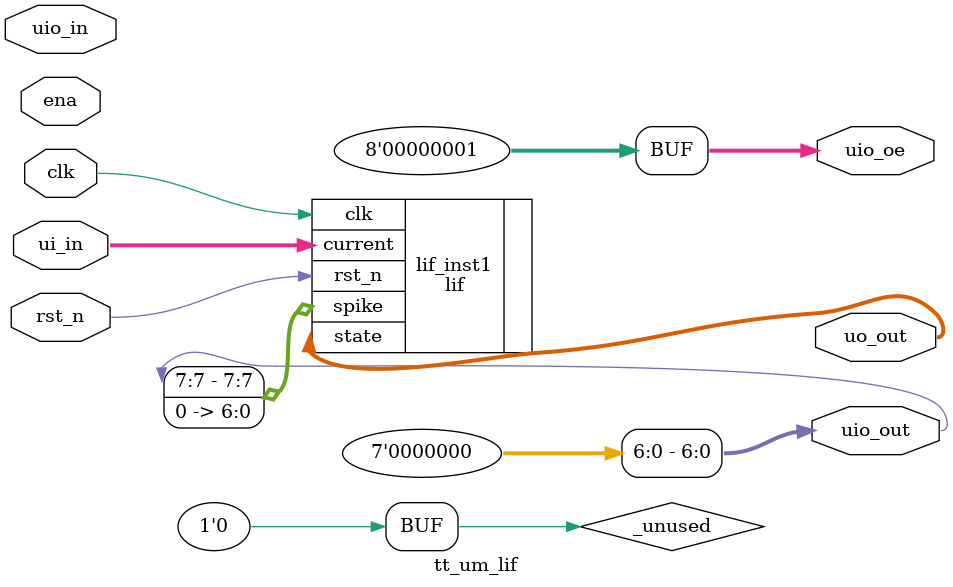
<source format=v>
/*
 * Copyright (c) 2024 Your Name
 * SPDX-License-Identifier: Apache-2.0
 */

`default_nettype none

module tt_um_lif (
    input  wire [7:0] ui_in,    // Dedicated inputs
    output wire [7:0] uo_out,   // Dedicated outputs
    input  wire [7:0] uio_in,   // IOs: Input path
    output wire [7:0] uio_out,  // IOs: Output path
    output wire [7:0] uio_oe,   // IOs: Enable path (active high: 0=input, 1=output)
    input  wire       ena,      // always 1 when the design is powered, so you can ignore it
    input  wire       clk,      // clock
    input  wire       rst_n     // reset_n - low to reset
);

  // All output pins must be assigned. If not used, assign to 0.
  assign uio_out[6:0] = 0;
  assign uio_oe  = 1;

  // List all unused inputs to prevent warnings
  wire _unused = &{ena, uio_in, 1'b0};

 // instantiate the lif neuron
 lif lif_inst1 (
    .current(ui_in),
    .clk(clk),
    .rst_n(rst_n),
    .state(uo_out),
    .spike(uio_out)
 ); 
endmodule

</source>
